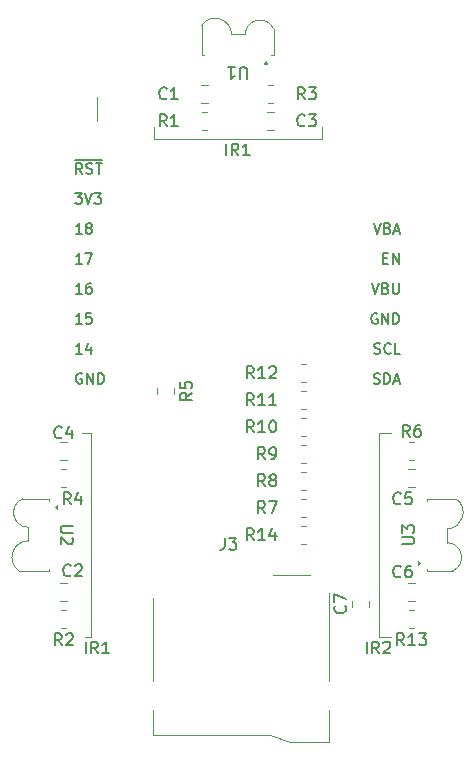
<source format=gbr>
%TF.GenerationSoftware,KiCad,Pcbnew,8.0.8*%
%TF.CreationDate,2025-02-11T14:17:18-06:00*%
%TF.ProjectId,IR Demo FeatherWing,49522044-656d-46f2-9046-656174686572,rev?*%
%TF.SameCoordinates,Original*%
%TF.FileFunction,Legend,Top*%
%TF.FilePolarity,Positive*%
%FSLAX46Y46*%
G04 Gerber Fmt 4.6, Leading zero omitted, Abs format (unit mm)*
G04 Created by KiCad (PCBNEW 8.0.8) date 2025-02-11 14:17:18*
%MOMM*%
%LPD*%
G01*
G04 APERTURE LIST*
%ADD10C,0.150000*%
%ADD11C,0.100000*%
%ADD12C,0.120000*%
G04 APERTURE END LIST*
D10*
X149137810Y-84959819D02*
X149137810Y-83959819D01*
X150185428Y-84959819D02*
X149852095Y-84483628D01*
X149614000Y-84959819D02*
X149614000Y-83959819D01*
X149614000Y-83959819D02*
X149994952Y-83959819D01*
X149994952Y-83959819D02*
X150090190Y-84007438D01*
X150090190Y-84007438D02*
X150137809Y-84055057D01*
X150137809Y-84055057D02*
X150185428Y-84150295D01*
X150185428Y-84150295D02*
X150185428Y-84293152D01*
X150185428Y-84293152D02*
X150137809Y-84388390D01*
X150137809Y-84388390D02*
X150090190Y-84436009D01*
X150090190Y-84436009D02*
X149994952Y-84483628D01*
X149994952Y-84483628D02*
X149614000Y-84483628D01*
X151137809Y-84959819D02*
X150566381Y-84959819D01*
X150852095Y-84959819D02*
X150852095Y-83959819D01*
X150852095Y-83959819D02*
X150756857Y-84102676D01*
X150756857Y-84102676D02*
X150661619Y-84197914D01*
X150661619Y-84197914D02*
X150566381Y-84245533D01*
D11*
X157226000Y-83566000D02*
X157226000Y-82550000D01*
X143002000Y-83566000D02*
X157226000Y-83566000D01*
X143002000Y-82550000D02*
X143002000Y-83566000D01*
D10*
X137242779Y-127123819D02*
X137242779Y-126123819D01*
X138290397Y-127123819D02*
X137957064Y-126647628D01*
X137718969Y-127123819D02*
X137718969Y-126123819D01*
X137718969Y-126123819D02*
X138099921Y-126123819D01*
X138099921Y-126123819D02*
X138195159Y-126171438D01*
X138195159Y-126171438D02*
X138242778Y-126219057D01*
X138242778Y-126219057D02*
X138290397Y-126314295D01*
X138290397Y-126314295D02*
X138290397Y-126457152D01*
X138290397Y-126457152D02*
X138242778Y-126552390D01*
X138242778Y-126552390D02*
X138195159Y-126600009D01*
X138195159Y-126600009D02*
X138099921Y-126647628D01*
X138099921Y-126647628D02*
X137718969Y-126647628D01*
X139242778Y-127123819D02*
X138671350Y-127123819D01*
X138957064Y-127123819D02*
X138957064Y-126123819D01*
X138957064Y-126123819D02*
X138861826Y-126266676D01*
X138861826Y-126266676D02*
X138766588Y-126361914D01*
X138766588Y-126361914D02*
X138671350Y-126409533D01*
D11*
X137668000Y-125730000D02*
X137160000Y-125730000D01*
X137668000Y-108458000D02*
X137668000Y-125730000D01*
X136906000Y-108458000D02*
X137668000Y-108458000D01*
D10*
X161032840Y-127123819D02*
X161032840Y-126123819D01*
X162080458Y-127123819D02*
X161747125Y-126647628D01*
X161509030Y-127123819D02*
X161509030Y-126123819D01*
X161509030Y-126123819D02*
X161889982Y-126123819D01*
X161889982Y-126123819D02*
X161985220Y-126171438D01*
X161985220Y-126171438D02*
X162032839Y-126219057D01*
X162032839Y-126219057D02*
X162080458Y-126314295D01*
X162080458Y-126314295D02*
X162080458Y-126457152D01*
X162080458Y-126457152D02*
X162032839Y-126552390D01*
X162032839Y-126552390D02*
X161985220Y-126600009D01*
X161985220Y-126600009D02*
X161889982Y-126647628D01*
X161889982Y-126647628D02*
X161509030Y-126647628D01*
X162461411Y-126219057D02*
X162509030Y-126171438D01*
X162509030Y-126171438D02*
X162604268Y-126123819D01*
X162604268Y-126123819D02*
X162842363Y-126123819D01*
X162842363Y-126123819D02*
X162937601Y-126171438D01*
X162937601Y-126171438D02*
X162985220Y-126219057D01*
X162985220Y-126219057D02*
X163032839Y-126314295D01*
X163032839Y-126314295D02*
X163032839Y-126409533D01*
X163032839Y-126409533D02*
X162985220Y-126552390D01*
X162985220Y-126552390D02*
X162413792Y-127123819D01*
X162413792Y-127123819D02*
X163032839Y-127123819D01*
D11*
X162052000Y-125730000D02*
X163068000Y-125730000D01*
X162052000Y-108458000D02*
X162052000Y-125730000D01*
X163068000Y-108458000D02*
X162052000Y-108458000D01*
D10*
X161628172Y-90694557D02*
X161928172Y-91594557D01*
X161928172Y-91594557D02*
X162228172Y-90694557D01*
X162828172Y-91123128D02*
X162956744Y-91165985D01*
X162956744Y-91165985D02*
X162999601Y-91208842D01*
X162999601Y-91208842D02*
X163042458Y-91294557D01*
X163042458Y-91294557D02*
X163042458Y-91423128D01*
X163042458Y-91423128D02*
X162999601Y-91508842D01*
X162999601Y-91508842D02*
X162956744Y-91551700D01*
X162956744Y-91551700D02*
X162871029Y-91594557D01*
X162871029Y-91594557D02*
X162528172Y-91594557D01*
X162528172Y-91594557D02*
X162528172Y-90694557D01*
X162528172Y-90694557D02*
X162828172Y-90694557D01*
X162828172Y-90694557D02*
X162913887Y-90737414D01*
X162913887Y-90737414D02*
X162956744Y-90780271D01*
X162956744Y-90780271D02*
X162999601Y-90865985D01*
X162999601Y-90865985D02*
X162999601Y-90951700D01*
X162999601Y-90951700D02*
X162956744Y-91037414D01*
X162956744Y-91037414D02*
X162913887Y-91080271D01*
X162913887Y-91080271D02*
X162828172Y-91123128D01*
X162828172Y-91123128D02*
X162528172Y-91123128D01*
X163385315Y-91337414D02*
X163813887Y-91337414D01*
X163299601Y-91594557D02*
X163599601Y-90694557D01*
X163599601Y-90694557D02*
X163899601Y-91594557D01*
X162442458Y-93663128D02*
X162742458Y-93663128D01*
X162871030Y-94134557D02*
X162442458Y-94134557D01*
X162442458Y-94134557D02*
X162442458Y-93234557D01*
X162442458Y-93234557D02*
X162871030Y-93234557D01*
X163256744Y-94134557D02*
X163256744Y-93234557D01*
X163256744Y-93234557D02*
X163771030Y-94134557D01*
X163771030Y-94134557D02*
X163771030Y-93234557D01*
X161456744Y-95774557D02*
X161756744Y-96674557D01*
X161756744Y-96674557D02*
X162056744Y-95774557D01*
X162656744Y-96203128D02*
X162785316Y-96245985D01*
X162785316Y-96245985D02*
X162828173Y-96288842D01*
X162828173Y-96288842D02*
X162871030Y-96374557D01*
X162871030Y-96374557D02*
X162871030Y-96503128D01*
X162871030Y-96503128D02*
X162828173Y-96588842D01*
X162828173Y-96588842D02*
X162785316Y-96631700D01*
X162785316Y-96631700D02*
X162699601Y-96674557D01*
X162699601Y-96674557D02*
X162356744Y-96674557D01*
X162356744Y-96674557D02*
X162356744Y-95774557D01*
X162356744Y-95774557D02*
X162656744Y-95774557D01*
X162656744Y-95774557D02*
X162742459Y-95817414D01*
X162742459Y-95817414D02*
X162785316Y-95860271D01*
X162785316Y-95860271D02*
X162828173Y-95945985D01*
X162828173Y-95945985D02*
X162828173Y-96031700D01*
X162828173Y-96031700D02*
X162785316Y-96117414D01*
X162785316Y-96117414D02*
X162742459Y-96160271D01*
X162742459Y-96160271D02*
X162656744Y-96203128D01*
X162656744Y-96203128D02*
X162356744Y-96203128D01*
X163256744Y-95774557D02*
X163256744Y-96503128D01*
X163256744Y-96503128D02*
X163299601Y-96588842D01*
X163299601Y-96588842D02*
X163342459Y-96631700D01*
X163342459Y-96631700D02*
X163428173Y-96674557D01*
X163428173Y-96674557D02*
X163599601Y-96674557D01*
X163599601Y-96674557D02*
X163685316Y-96631700D01*
X163685316Y-96631700D02*
X163728173Y-96588842D01*
X163728173Y-96588842D02*
X163771030Y-96503128D01*
X163771030Y-96503128D02*
X163771030Y-95774557D01*
X161928173Y-98357414D02*
X161842459Y-98314557D01*
X161842459Y-98314557D02*
X161713887Y-98314557D01*
X161713887Y-98314557D02*
X161585316Y-98357414D01*
X161585316Y-98357414D02*
X161499601Y-98443128D01*
X161499601Y-98443128D02*
X161456744Y-98528842D01*
X161456744Y-98528842D02*
X161413887Y-98700271D01*
X161413887Y-98700271D02*
X161413887Y-98828842D01*
X161413887Y-98828842D02*
X161456744Y-99000271D01*
X161456744Y-99000271D02*
X161499601Y-99085985D01*
X161499601Y-99085985D02*
X161585316Y-99171700D01*
X161585316Y-99171700D02*
X161713887Y-99214557D01*
X161713887Y-99214557D02*
X161799601Y-99214557D01*
X161799601Y-99214557D02*
X161928173Y-99171700D01*
X161928173Y-99171700D02*
X161971030Y-99128842D01*
X161971030Y-99128842D02*
X161971030Y-98828842D01*
X161971030Y-98828842D02*
X161799601Y-98828842D01*
X162356744Y-99214557D02*
X162356744Y-98314557D01*
X162356744Y-98314557D02*
X162871030Y-99214557D01*
X162871030Y-99214557D02*
X162871030Y-98314557D01*
X163299601Y-99214557D02*
X163299601Y-98314557D01*
X163299601Y-98314557D02*
X163513887Y-98314557D01*
X163513887Y-98314557D02*
X163642458Y-98357414D01*
X163642458Y-98357414D02*
X163728173Y-98443128D01*
X163728173Y-98443128D02*
X163771030Y-98528842D01*
X163771030Y-98528842D02*
X163813887Y-98700271D01*
X163813887Y-98700271D02*
X163813887Y-98828842D01*
X163813887Y-98828842D02*
X163771030Y-99000271D01*
X163771030Y-99000271D02*
X163728173Y-99085985D01*
X163728173Y-99085985D02*
X163642458Y-99171700D01*
X163642458Y-99171700D02*
X163513887Y-99214557D01*
X163513887Y-99214557D02*
X163299601Y-99214557D01*
X136928398Y-96674557D02*
X136414112Y-96674557D01*
X136671255Y-96674557D02*
X136671255Y-95774557D01*
X136671255Y-95774557D02*
X136585541Y-95903128D01*
X136585541Y-95903128D02*
X136499826Y-95988842D01*
X136499826Y-95988842D02*
X136414112Y-96031700D01*
X137699827Y-95774557D02*
X137528398Y-95774557D01*
X137528398Y-95774557D02*
X137442684Y-95817414D01*
X137442684Y-95817414D02*
X137399827Y-95860271D01*
X137399827Y-95860271D02*
X137314112Y-95988842D01*
X137314112Y-95988842D02*
X137271255Y-96160271D01*
X137271255Y-96160271D02*
X137271255Y-96503128D01*
X137271255Y-96503128D02*
X137314112Y-96588842D01*
X137314112Y-96588842D02*
X137356969Y-96631700D01*
X137356969Y-96631700D02*
X137442684Y-96674557D01*
X137442684Y-96674557D02*
X137614112Y-96674557D01*
X137614112Y-96674557D02*
X137699827Y-96631700D01*
X137699827Y-96631700D02*
X137742684Y-96588842D01*
X137742684Y-96588842D02*
X137785541Y-96503128D01*
X137785541Y-96503128D02*
X137785541Y-96288842D01*
X137785541Y-96288842D02*
X137742684Y-96203128D01*
X137742684Y-96203128D02*
X137699827Y-96160271D01*
X137699827Y-96160271D02*
X137614112Y-96117414D01*
X137614112Y-96117414D02*
X137442684Y-96117414D01*
X137442684Y-96117414D02*
X137356969Y-96160271D01*
X137356969Y-96160271D02*
X137314112Y-96203128D01*
X137314112Y-96203128D02*
X137271255Y-96288842D01*
X136928398Y-103437414D02*
X136842684Y-103394557D01*
X136842684Y-103394557D02*
X136714112Y-103394557D01*
X136714112Y-103394557D02*
X136585541Y-103437414D01*
X136585541Y-103437414D02*
X136499826Y-103523128D01*
X136499826Y-103523128D02*
X136456969Y-103608842D01*
X136456969Y-103608842D02*
X136414112Y-103780271D01*
X136414112Y-103780271D02*
X136414112Y-103908842D01*
X136414112Y-103908842D02*
X136456969Y-104080271D01*
X136456969Y-104080271D02*
X136499826Y-104165985D01*
X136499826Y-104165985D02*
X136585541Y-104251700D01*
X136585541Y-104251700D02*
X136714112Y-104294557D01*
X136714112Y-104294557D02*
X136799826Y-104294557D01*
X136799826Y-104294557D02*
X136928398Y-104251700D01*
X136928398Y-104251700D02*
X136971255Y-104208842D01*
X136971255Y-104208842D02*
X136971255Y-103908842D01*
X136971255Y-103908842D02*
X136799826Y-103908842D01*
X137356969Y-104294557D02*
X137356969Y-103394557D01*
X137356969Y-103394557D02*
X137871255Y-104294557D01*
X137871255Y-104294557D02*
X137871255Y-103394557D01*
X138299826Y-104294557D02*
X138299826Y-103394557D01*
X138299826Y-103394557D02*
X138514112Y-103394557D01*
X138514112Y-103394557D02*
X138642683Y-103437414D01*
X138642683Y-103437414D02*
X138728398Y-103523128D01*
X138728398Y-103523128D02*
X138771255Y-103608842D01*
X138771255Y-103608842D02*
X138814112Y-103780271D01*
X138814112Y-103780271D02*
X138814112Y-103908842D01*
X138814112Y-103908842D02*
X138771255Y-104080271D01*
X138771255Y-104080271D02*
X138728398Y-104165985D01*
X138728398Y-104165985D02*
X138642683Y-104251700D01*
X138642683Y-104251700D02*
X138514112Y-104294557D01*
X138514112Y-104294557D02*
X138299826Y-104294557D01*
X136928398Y-101754557D02*
X136414112Y-101754557D01*
X136671255Y-101754557D02*
X136671255Y-100854557D01*
X136671255Y-100854557D02*
X136585541Y-100983128D01*
X136585541Y-100983128D02*
X136499826Y-101068842D01*
X136499826Y-101068842D02*
X136414112Y-101111700D01*
X137699827Y-101154557D02*
X137699827Y-101754557D01*
X137485541Y-100811700D02*
X137271255Y-101454557D01*
X137271255Y-101454557D02*
X137828398Y-101454557D01*
X161671030Y-101711700D02*
X161799602Y-101754557D01*
X161799602Y-101754557D02*
X162013887Y-101754557D01*
X162013887Y-101754557D02*
X162099602Y-101711700D01*
X162099602Y-101711700D02*
X162142459Y-101668842D01*
X162142459Y-101668842D02*
X162185316Y-101583128D01*
X162185316Y-101583128D02*
X162185316Y-101497414D01*
X162185316Y-101497414D02*
X162142459Y-101411700D01*
X162142459Y-101411700D02*
X162099602Y-101368842D01*
X162099602Y-101368842D02*
X162013887Y-101325985D01*
X162013887Y-101325985D02*
X161842459Y-101283128D01*
X161842459Y-101283128D02*
X161756744Y-101240271D01*
X161756744Y-101240271D02*
X161713887Y-101197414D01*
X161713887Y-101197414D02*
X161671030Y-101111700D01*
X161671030Y-101111700D02*
X161671030Y-101025985D01*
X161671030Y-101025985D02*
X161713887Y-100940271D01*
X161713887Y-100940271D02*
X161756744Y-100897414D01*
X161756744Y-100897414D02*
X161842459Y-100854557D01*
X161842459Y-100854557D02*
X162056744Y-100854557D01*
X162056744Y-100854557D02*
X162185316Y-100897414D01*
X163085316Y-101668842D02*
X163042459Y-101711700D01*
X163042459Y-101711700D02*
X162913887Y-101754557D01*
X162913887Y-101754557D02*
X162828173Y-101754557D01*
X162828173Y-101754557D02*
X162699602Y-101711700D01*
X162699602Y-101711700D02*
X162613887Y-101625985D01*
X162613887Y-101625985D02*
X162571030Y-101540271D01*
X162571030Y-101540271D02*
X162528173Y-101368842D01*
X162528173Y-101368842D02*
X162528173Y-101240271D01*
X162528173Y-101240271D02*
X162571030Y-101068842D01*
X162571030Y-101068842D02*
X162613887Y-100983128D01*
X162613887Y-100983128D02*
X162699602Y-100897414D01*
X162699602Y-100897414D02*
X162828173Y-100854557D01*
X162828173Y-100854557D02*
X162913887Y-100854557D01*
X162913887Y-100854557D02*
X163042459Y-100897414D01*
X163042459Y-100897414D02*
X163085316Y-100940271D01*
X163899602Y-101754557D02*
X163471030Y-101754557D01*
X163471030Y-101754557D02*
X163471030Y-100854557D01*
X161628172Y-104251700D02*
X161756744Y-104294557D01*
X161756744Y-104294557D02*
X161971029Y-104294557D01*
X161971029Y-104294557D02*
X162056744Y-104251700D01*
X162056744Y-104251700D02*
X162099601Y-104208842D01*
X162099601Y-104208842D02*
X162142458Y-104123128D01*
X162142458Y-104123128D02*
X162142458Y-104037414D01*
X162142458Y-104037414D02*
X162099601Y-103951700D01*
X162099601Y-103951700D02*
X162056744Y-103908842D01*
X162056744Y-103908842D02*
X161971029Y-103865985D01*
X161971029Y-103865985D02*
X161799601Y-103823128D01*
X161799601Y-103823128D02*
X161713886Y-103780271D01*
X161713886Y-103780271D02*
X161671029Y-103737414D01*
X161671029Y-103737414D02*
X161628172Y-103651700D01*
X161628172Y-103651700D02*
X161628172Y-103565985D01*
X161628172Y-103565985D02*
X161671029Y-103480271D01*
X161671029Y-103480271D02*
X161713886Y-103437414D01*
X161713886Y-103437414D02*
X161799601Y-103394557D01*
X161799601Y-103394557D02*
X162013886Y-103394557D01*
X162013886Y-103394557D02*
X162142458Y-103437414D01*
X162528172Y-104294557D02*
X162528172Y-103394557D01*
X162528172Y-103394557D02*
X162742458Y-103394557D01*
X162742458Y-103394557D02*
X162871029Y-103437414D01*
X162871029Y-103437414D02*
X162956744Y-103523128D01*
X162956744Y-103523128D02*
X162999601Y-103608842D01*
X162999601Y-103608842D02*
X163042458Y-103780271D01*
X163042458Y-103780271D02*
X163042458Y-103908842D01*
X163042458Y-103908842D02*
X162999601Y-104080271D01*
X162999601Y-104080271D02*
X162956744Y-104165985D01*
X162956744Y-104165985D02*
X162871029Y-104251700D01*
X162871029Y-104251700D02*
X162742458Y-104294557D01*
X162742458Y-104294557D02*
X162528172Y-104294557D01*
X163385315Y-104037414D02*
X163813887Y-104037414D01*
X163299601Y-104294557D02*
X163599601Y-103394557D01*
X163599601Y-103394557D02*
X163899601Y-104294557D01*
X136928398Y-99214557D02*
X136414112Y-99214557D01*
X136671255Y-99214557D02*
X136671255Y-98314557D01*
X136671255Y-98314557D02*
X136585541Y-98443128D01*
X136585541Y-98443128D02*
X136499826Y-98528842D01*
X136499826Y-98528842D02*
X136414112Y-98571700D01*
X137742684Y-98314557D02*
X137314112Y-98314557D01*
X137314112Y-98314557D02*
X137271255Y-98743128D01*
X137271255Y-98743128D02*
X137314112Y-98700271D01*
X137314112Y-98700271D02*
X137399827Y-98657414D01*
X137399827Y-98657414D02*
X137614112Y-98657414D01*
X137614112Y-98657414D02*
X137699827Y-98700271D01*
X137699827Y-98700271D02*
X137742684Y-98743128D01*
X137742684Y-98743128D02*
X137785541Y-98828842D01*
X137785541Y-98828842D02*
X137785541Y-99043128D01*
X137785541Y-99043128D02*
X137742684Y-99128842D01*
X137742684Y-99128842D02*
X137699827Y-99171700D01*
X137699827Y-99171700D02*
X137614112Y-99214557D01*
X137614112Y-99214557D02*
X137399827Y-99214557D01*
X137399827Y-99214557D02*
X137314112Y-99171700D01*
X137314112Y-99171700D02*
X137271255Y-99128842D01*
X136928398Y-91594557D02*
X136414112Y-91594557D01*
X136671255Y-91594557D02*
X136671255Y-90694557D01*
X136671255Y-90694557D02*
X136585541Y-90823128D01*
X136585541Y-90823128D02*
X136499826Y-90908842D01*
X136499826Y-90908842D02*
X136414112Y-90951700D01*
X137442684Y-91080271D02*
X137356969Y-91037414D01*
X137356969Y-91037414D02*
X137314112Y-90994557D01*
X137314112Y-90994557D02*
X137271255Y-90908842D01*
X137271255Y-90908842D02*
X137271255Y-90865985D01*
X137271255Y-90865985D02*
X137314112Y-90780271D01*
X137314112Y-90780271D02*
X137356969Y-90737414D01*
X137356969Y-90737414D02*
X137442684Y-90694557D01*
X137442684Y-90694557D02*
X137614112Y-90694557D01*
X137614112Y-90694557D02*
X137699827Y-90737414D01*
X137699827Y-90737414D02*
X137742684Y-90780271D01*
X137742684Y-90780271D02*
X137785541Y-90865985D01*
X137785541Y-90865985D02*
X137785541Y-90908842D01*
X137785541Y-90908842D02*
X137742684Y-90994557D01*
X137742684Y-90994557D02*
X137699827Y-91037414D01*
X137699827Y-91037414D02*
X137614112Y-91080271D01*
X137614112Y-91080271D02*
X137442684Y-91080271D01*
X137442684Y-91080271D02*
X137356969Y-91123128D01*
X137356969Y-91123128D02*
X137314112Y-91165985D01*
X137314112Y-91165985D02*
X137271255Y-91251700D01*
X137271255Y-91251700D02*
X137271255Y-91423128D01*
X137271255Y-91423128D02*
X137314112Y-91508842D01*
X137314112Y-91508842D02*
X137356969Y-91551700D01*
X137356969Y-91551700D02*
X137442684Y-91594557D01*
X137442684Y-91594557D02*
X137614112Y-91594557D01*
X137614112Y-91594557D02*
X137699827Y-91551700D01*
X137699827Y-91551700D02*
X137742684Y-91508842D01*
X137742684Y-91508842D02*
X137785541Y-91423128D01*
X137785541Y-91423128D02*
X137785541Y-91251700D01*
X137785541Y-91251700D02*
X137742684Y-91165985D01*
X137742684Y-91165985D02*
X137699827Y-91123128D01*
X137699827Y-91123128D02*
X137614112Y-91080271D01*
X136371255Y-88154557D02*
X136928398Y-88154557D01*
X136928398Y-88154557D02*
X136628398Y-88497414D01*
X136628398Y-88497414D02*
X136756969Y-88497414D01*
X136756969Y-88497414D02*
X136842684Y-88540271D01*
X136842684Y-88540271D02*
X136885541Y-88583128D01*
X136885541Y-88583128D02*
X136928398Y-88668842D01*
X136928398Y-88668842D02*
X136928398Y-88883128D01*
X136928398Y-88883128D02*
X136885541Y-88968842D01*
X136885541Y-88968842D02*
X136842684Y-89011700D01*
X136842684Y-89011700D02*
X136756969Y-89054557D01*
X136756969Y-89054557D02*
X136499826Y-89054557D01*
X136499826Y-89054557D02*
X136414112Y-89011700D01*
X136414112Y-89011700D02*
X136371255Y-88968842D01*
X137185541Y-88154557D02*
X137485541Y-89054557D01*
X137485541Y-89054557D02*
X137785541Y-88154557D01*
X137999827Y-88154557D02*
X138556970Y-88154557D01*
X138556970Y-88154557D02*
X138256970Y-88497414D01*
X138256970Y-88497414D02*
X138385541Y-88497414D01*
X138385541Y-88497414D02*
X138471256Y-88540271D01*
X138471256Y-88540271D02*
X138514113Y-88583128D01*
X138514113Y-88583128D02*
X138556970Y-88668842D01*
X138556970Y-88668842D02*
X138556970Y-88883128D01*
X138556970Y-88883128D02*
X138514113Y-88968842D01*
X138514113Y-88968842D02*
X138471256Y-89011700D01*
X138471256Y-89011700D02*
X138385541Y-89054557D01*
X138385541Y-89054557D02*
X138128398Y-89054557D01*
X138128398Y-89054557D02*
X138042684Y-89011700D01*
X138042684Y-89011700D02*
X137999827Y-88968842D01*
X136971255Y-86514557D02*
X136671255Y-86085985D01*
X136456969Y-86514557D02*
X136456969Y-85614557D01*
X136456969Y-85614557D02*
X136799826Y-85614557D01*
X136799826Y-85614557D02*
X136885541Y-85657414D01*
X136885541Y-85657414D02*
X136928398Y-85700271D01*
X136928398Y-85700271D02*
X136971255Y-85785985D01*
X136971255Y-85785985D02*
X136971255Y-85914557D01*
X136971255Y-85914557D02*
X136928398Y-86000271D01*
X136928398Y-86000271D02*
X136885541Y-86043128D01*
X136885541Y-86043128D02*
X136799826Y-86085985D01*
X136799826Y-86085985D02*
X136456969Y-86085985D01*
X137314112Y-86471700D02*
X137442684Y-86514557D01*
X137442684Y-86514557D02*
X137656969Y-86514557D01*
X137656969Y-86514557D02*
X137742684Y-86471700D01*
X137742684Y-86471700D02*
X137785541Y-86428842D01*
X137785541Y-86428842D02*
X137828398Y-86343128D01*
X137828398Y-86343128D02*
X137828398Y-86257414D01*
X137828398Y-86257414D02*
X137785541Y-86171700D01*
X137785541Y-86171700D02*
X137742684Y-86128842D01*
X137742684Y-86128842D02*
X137656969Y-86085985D01*
X137656969Y-86085985D02*
X137485541Y-86043128D01*
X137485541Y-86043128D02*
X137399826Y-86000271D01*
X137399826Y-86000271D02*
X137356969Y-85957414D01*
X137356969Y-85957414D02*
X137314112Y-85871700D01*
X137314112Y-85871700D02*
X137314112Y-85785985D01*
X137314112Y-85785985D02*
X137356969Y-85700271D01*
X137356969Y-85700271D02*
X137399826Y-85657414D01*
X137399826Y-85657414D02*
X137485541Y-85614557D01*
X137485541Y-85614557D02*
X137699826Y-85614557D01*
X137699826Y-85614557D02*
X137828398Y-85657414D01*
X138085541Y-85614557D02*
X138599827Y-85614557D01*
X138342684Y-86514557D02*
X138342684Y-85614557D01*
X136332684Y-85364700D02*
X138595541Y-85364700D01*
X136928398Y-94134557D02*
X136414112Y-94134557D01*
X136671255Y-94134557D02*
X136671255Y-93234557D01*
X136671255Y-93234557D02*
X136585541Y-93363128D01*
X136585541Y-93363128D02*
X136499826Y-93448842D01*
X136499826Y-93448842D02*
X136414112Y-93491700D01*
X137228398Y-93234557D02*
X137828398Y-93234557D01*
X137828398Y-93234557D02*
X137442684Y-94134557D01*
X149018666Y-117354819D02*
X149018666Y-118069104D01*
X149018666Y-118069104D02*
X148971047Y-118211961D01*
X148971047Y-118211961D02*
X148875809Y-118307200D01*
X148875809Y-118307200D02*
X148732952Y-118354819D01*
X148732952Y-118354819D02*
X148637714Y-118354819D01*
X149399619Y-117354819D02*
X150018666Y-117354819D01*
X150018666Y-117354819D02*
X149685333Y-117735771D01*
X149685333Y-117735771D02*
X149828190Y-117735771D01*
X149828190Y-117735771D02*
X149923428Y-117783390D01*
X149923428Y-117783390D02*
X149971047Y-117831009D01*
X149971047Y-117831009D02*
X150018666Y-117926247D01*
X150018666Y-117926247D02*
X150018666Y-118164342D01*
X150018666Y-118164342D02*
X149971047Y-118259580D01*
X149971047Y-118259580D02*
X149923428Y-118307200D01*
X149923428Y-118307200D02*
X149828190Y-118354819D01*
X149828190Y-118354819D02*
X149542476Y-118354819D01*
X149542476Y-118354819D02*
X149447238Y-118307200D01*
X149447238Y-118307200D02*
X149399619Y-118259580D01*
X135215333Y-108817580D02*
X135167714Y-108865200D01*
X135167714Y-108865200D02*
X135024857Y-108912819D01*
X135024857Y-108912819D02*
X134929619Y-108912819D01*
X134929619Y-108912819D02*
X134786762Y-108865200D01*
X134786762Y-108865200D02*
X134691524Y-108769961D01*
X134691524Y-108769961D02*
X134643905Y-108674723D01*
X134643905Y-108674723D02*
X134596286Y-108484247D01*
X134596286Y-108484247D02*
X134596286Y-108341390D01*
X134596286Y-108341390D02*
X134643905Y-108150914D01*
X134643905Y-108150914D02*
X134691524Y-108055676D01*
X134691524Y-108055676D02*
X134786762Y-107960438D01*
X134786762Y-107960438D02*
X134929619Y-107912819D01*
X134929619Y-107912819D02*
X135024857Y-107912819D01*
X135024857Y-107912819D02*
X135167714Y-107960438D01*
X135167714Y-107960438D02*
X135215333Y-108008057D01*
X136072476Y-108246152D02*
X136072476Y-108912819D01*
X135834381Y-107865200D02*
X135596286Y-108579485D01*
X135596286Y-108579485D02*
X136215333Y-108579485D01*
X155789333Y-80210819D02*
X155456000Y-79734628D01*
X155217905Y-80210819D02*
X155217905Y-79210819D01*
X155217905Y-79210819D02*
X155598857Y-79210819D01*
X155598857Y-79210819D02*
X155694095Y-79258438D01*
X155694095Y-79258438D02*
X155741714Y-79306057D01*
X155741714Y-79306057D02*
X155789333Y-79401295D01*
X155789333Y-79401295D02*
X155789333Y-79544152D01*
X155789333Y-79544152D02*
X155741714Y-79639390D01*
X155741714Y-79639390D02*
X155694095Y-79687009D01*
X155694095Y-79687009D02*
X155598857Y-79734628D01*
X155598857Y-79734628D02*
X155217905Y-79734628D01*
X156122667Y-79210819D02*
X156741714Y-79210819D01*
X156741714Y-79210819D02*
X156408381Y-79591771D01*
X156408381Y-79591771D02*
X156551238Y-79591771D01*
X156551238Y-79591771D02*
X156646476Y-79639390D01*
X156646476Y-79639390D02*
X156694095Y-79687009D01*
X156694095Y-79687009D02*
X156741714Y-79782247D01*
X156741714Y-79782247D02*
X156741714Y-80020342D01*
X156741714Y-80020342D02*
X156694095Y-80115580D01*
X156694095Y-80115580D02*
X156646476Y-80163200D01*
X156646476Y-80163200D02*
X156551238Y-80210819D01*
X156551238Y-80210819D02*
X156265524Y-80210819D01*
X156265524Y-80210819D02*
X156170286Y-80163200D01*
X156170286Y-80163200D02*
X156122667Y-80115580D01*
X163917333Y-120599580D02*
X163869714Y-120647200D01*
X163869714Y-120647200D02*
X163726857Y-120694819D01*
X163726857Y-120694819D02*
X163631619Y-120694819D01*
X163631619Y-120694819D02*
X163488762Y-120647200D01*
X163488762Y-120647200D02*
X163393524Y-120551961D01*
X163393524Y-120551961D02*
X163345905Y-120456723D01*
X163345905Y-120456723D02*
X163298286Y-120266247D01*
X163298286Y-120266247D02*
X163298286Y-120123390D01*
X163298286Y-120123390D02*
X163345905Y-119932914D01*
X163345905Y-119932914D02*
X163393524Y-119837676D01*
X163393524Y-119837676D02*
X163488762Y-119742438D01*
X163488762Y-119742438D02*
X163631619Y-119694819D01*
X163631619Y-119694819D02*
X163726857Y-119694819D01*
X163726857Y-119694819D02*
X163869714Y-119742438D01*
X163869714Y-119742438D02*
X163917333Y-119790057D01*
X164774476Y-119694819D02*
X164584000Y-119694819D01*
X164584000Y-119694819D02*
X164488762Y-119742438D01*
X164488762Y-119742438D02*
X164441143Y-119790057D01*
X164441143Y-119790057D02*
X164345905Y-119932914D01*
X164345905Y-119932914D02*
X164298286Y-120123390D01*
X164298286Y-120123390D02*
X164298286Y-120504342D01*
X164298286Y-120504342D02*
X164345905Y-120599580D01*
X164345905Y-120599580D02*
X164393524Y-120647200D01*
X164393524Y-120647200D02*
X164488762Y-120694819D01*
X164488762Y-120694819D02*
X164679238Y-120694819D01*
X164679238Y-120694819D02*
X164774476Y-120647200D01*
X164774476Y-120647200D02*
X164822095Y-120599580D01*
X164822095Y-120599580D02*
X164869714Y-120504342D01*
X164869714Y-120504342D02*
X164869714Y-120266247D01*
X164869714Y-120266247D02*
X164822095Y-120171009D01*
X164822095Y-120171009D02*
X164774476Y-120123390D01*
X164774476Y-120123390D02*
X164679238Y-120075771D01*
X164679238Y-120075771D02*
X164488762Y-120075771D01*
X164488762Y-120075771D02*
X164393524Y-120123390D01*
X164393524Y-120123390D02*
X164345905Y-120171009D01*
X164345905Y-120171009D02*
X164298286Y-120266247D01*
X151476077Y-103832819D02*
X151142744Y-103356628D01*
X150904649Y-103832819D02*
X150904649Y-102832819D01*
X150904649Y-102832819D02*
X151285601Y-102832819D01*
X151285601Y-102832819D02*
X151380839Y-102880438D01*
X151380839Y-102880438D02*
X151428458Y-102928057D01*
X151428458Y-102928057D02*
X151476077Y-103023295D01*
X151476077Y-103023295D02*
X151476077Y-103166152D01*
X151476077Y-103166152D02*
X151428458Y-103261390D01*
X151428458Y-103261390D02*
X151380839Y-103309009D01*
X151380839Y-103309009D02*
X151285601Y-103356628D01*
X151285601Y-103356628D02*
X150904649Y-103356628D01*
X152428458Y-103832819D02*
X151857030Y-103832819D01*
X152142744Y-103832819D02*
X152142744Y-102832819D01*
X152142744Y-102832819D02*
X152047506Y-102975676D01*
X152047506Y-102975676D02*
X151952268Y-103070914D01*
X151952268Y-103070914D02*
X151857030Y-103118533D01*
X152809411Y-102928057D02*
X152857030Y-102880438D01*
X152857030Y-102880438D02*
X152952268Y-102832819D01*
X152952268Y-102832819D02*
X153190363Y-102832819D01*
X153190363Y-102832819D02*
X153285601Y-102880438D01*
X153285601Y-102880438D02*
X153333220Y-102928057D01*
X153333220Y-102928057D02*
X153380839Y-103023295D01*
X153380839Y-103023295D02*
X153380839Y-103118533D01*
X153380839Y-103118533D02*
X153333220Y-103261390D01*
X153333220Y-103261390D02*
X152761792Y-103832819D01*
X152761792Y-103832819D02*
X153380839Y-103832819D01*
X152428458Y-110690819D02*
X152095125Y-110214628D01*
X151857030Y-110690819D02*
X151857030Y-109690819D01*
X151857030Y-109690819D02*
X152237982Y-109690819D01*
X152237982Y-109690819D02*
X152333220Y-109738438D01*
X152333220Y-109738438D02*
X152380839Y-109786057D01*
X152380839Y-109786057D02*
X152428458Y-109881295D01*
X152428458Y-109881295D02*
X152428458Y-110024152D01*
X152428458Y-110024152D02*
X152380839Y-110119390D01*
X152380839Y-110119390D02*
X152333220Y-110167009D01*
X152333220Y-110167009D02*
X152237982Y-110214628D01*
X152237982Y-110214628D02*
X151857030Y-110214628D01*
X152904649Y-110690819D02*
X153095125Y-110690819D01*
X153095125Y-110690819D02*
X153190363Y-110643200D01*
X153190363Y-110643200D02*
X153237982Y-110595580D01*
X153237982Y-110595580D02*
X153333220Y-110452723D01*
X153333220Y-110452723D02*
X153380839Y-110262247D01*
X153380839Y-110262247D02*
X153380839Y-109881295D01*
X153380839Y-109881295D02*
X153333220Y-109786057D01*
X153333220Y-109786057D02*
X153285601Y-109738438D01*
X153285601Y-109738438D02*
X153190363Y-109690819D01*
X153190363Y-109690819D02*
X152999887Y-109690819D01*
X152999887Y-109690819D02*
X152904649Y-109738438D01*
X152904649Y-109738438D02*
X152857030Y-109786057D01*
X152857030Y-109786057D02*
X152809411Y-109881295D01*
X152809411Y-109881295D02*
X152809411Y-110119390D01*
X152809411Y-110119390D02*
X152857030Y-110214628D01*
X152857030Y-110214628D02*
X152904649Y-110262247D01*
X152904649Y-110262247D02*
X152999887Y-110309866D01*
X152999887Y-110309866D02*
X153190363Y-110309866D01*
X153190363Y-110309866D02*
X153285601Y-110262247D01*
X153285601Y-110262247D02*
X153333220Y-110214628D01*
X153333220Y-110214628D02*
X153380839Y-110119390D01*
X151476077Y-117548819D02*
X151142744Y-117072628D01*
X150904649Y-117548819D02*
X150904649Y-116548819D01*
X150904649Y-116548819D02*
X151285601Y-116548819D01*
X151285601Y-116548819D02*
X151380839Y-116596438D01*
X151380839Y-116596438D02*
X151428458Y-116644057D01*
X151428458Y-116644057D02*
X151476077Y-116739295D01*
X151476077Y-116739295D02*
X151476077Y-116882152D01*
X151476077Y-116882152D02*
X151428458Y-116977390D01*
X151428458Y-116977390D02*
X151380839Y-117025009D01*
X151380839Y-117025009D02*
X151285601Y-117072628D01*
X151285601Y-117072628D02*
X150904649Y-117072628D01*
X152428458Y-117548819D02*
X151857030Y-117548819D01*
X152142744Y-117548819D02*
X152142744Y-116548819D01*
X152142744Y-116548819D02*
X152047506Y-116691676D01*
X152047506Y-116691676D02*
X151952268Y-116786914D01*
X151952268Y-116786914D02*
X151857030Y-116834533D01*
X153285601Y-116882152D02*
X153285601Y-117548819D01*
X153047506Y-116501200D02*
X152809411Y-117215485D01*
X152809411Y-117215485D02*
X153428458Y-117215485D01*
X135977333Y-114500819D02*
X135644000Y-114024628D01*
X135405905Y-114500819D02*
X135405905Y-113500819D01*
X135405905Y-113500819D02*
X135786857Y-113500819D01*
X135786857Y-113500819D02*
X135882095Y-113548438D01*
X135882095Y-113548438D02*
X135929714Y-113596057D01*
X135929714Y-113596057D02*
X135977333Y-113691295D01*
X135977333Y-113691295D02*
X135977333Y-113834152D01*
X135977333Y-113834152D02*
X135929714Y-113929390D01*
X135929714Y-113929390D02*
X135882095Y-113977009D01*
X135882095Y-113977009D02*
X135786857Y-114024628D01*
X135786857Y-114024628D02*
X135405905Y-114024628D01*
X136834476Y-113834152D02*
X136834476Y-114500819D01*
X136596381Y-113453200D02*
X136358286Y-114167485D01*
X136358286Y-114167485D02*
X136977333Y-114167485D01*
X144105333Y-80115580D02*
X144057714Y-80163200D01*
X144057714Y-80163200D02*
X143914857Y-80210819D01*
X143914857Y-80210819D02*
X143819619Y-80210819D01*
X143819619Y-80210819D02*
X143676762Y-80163200D01*
X143676762Y-80163200D02*
X143581524Y-80067961D01*
X143581524Y-80067961D02*
X143533905Y-79972723D01*
X143533905Y-79972723D02*
X143486286Y-79782247D01*
X143486286Y-79782247D02*
X143486286Y-79639390D01*
X143486286Y-79639390D02*
X143533905Y-79448914D01*
X143533905Y-79448914D02*
X143581524Y-79353676D01*
X143581524Y-79353676D02*
X143676762Y-79258438D01*
X143676762Y-79258438D02*
X143819619Y-79210819D01*
X143819619Y-79210819D02*
X143914857Y-79210819D01*
X143914857Y-79210819D02*
X144057714Y-79258438D01*
X144057714Y-79258438D02*
X144105333Y-79306057D01*
X145057714Y-80210819D02*
X144486286Y-80210819D01*
X144772000Y-80210819D02*
X144772000Y-79210819D01*
X144772000Y-79210819D02*
X144676762Y-79353676D01*
X144676762Y-79353676D02*
X144581524Y-79448914D01*
X144581524Y-79448914D02*
X144486286Y-79496533D01*
X159207580Y-123102666D02*
X159255200Y-123150285D01*
X159255200Y-123150285D02*
X159302819Y-123293142D01*
X159302819Y-123293142D02*
X159302819Y-123388380D01*
X159302819Y-123388380D02*
X159255200Y-123531237D01*
X159255200Y-123531237D02*
X159159961Y-123626475D01*
X159159961Y-123626475D02*
X159064723Y-123674094D01*
X159064723Y-123674094D02*
X158874247Y-123721713D01*
X158874247Y-123721713D02*
X158731390Y-123721713D01*
X158731390Y-123721713D02*
X158540914Y-123674094D01*
X158540914Y-123674094D02*
X158445676Y-123626475D01*
X158445676Y-123626475D02*
X158350438Y-123531237D01*
X158350438Y-123531237D02*
X158302819Y-123388380D01*
X158302819Y-123388380D02*
X158302819Y-123293142D01*
X158302819Y-123293142D02*
X158350438Y-123150285D01*
X158350438Y-123150285D02*
X158398057Y-123102666D01*
X158302819Y-122769332D02*
X158302819Y-122102666D01*
X158302819Y-122102666D02*
X159302819Y-122531237D01*
X163917333Y-114405580D02*
X163869714Y-114453200D01*
X163869714Y-114453200D02*
X163726857Y-114500819D01*
X163726857Y-114500819D02*
X163631619Y-114500819D01*
X163631619Y-114500819D02*
X163488762Y-114453200D01*
X163488762Y-114453200D02*
X163393524Y-114357961D01*
X163393524Y-114357961D02*
X163345905Y-114262723D01*
X163345905Y-114262723D02*
X163298286Y-114072247D01*
X163298286Y-114072247D02*
X163298286Y-113929390D01*
X163298286Y-113929390D02*
X163345905Y-113738914D01*
X163345905Y-113738914D02*
X163393524Y-113643676D01*
X163393524Y-113643676D02*
X163488762Y-113548438D01*
X163488762Y-113548438D02*
X163631619Y-113500819D01*
X163631619Y-113500819D02*
X163726857Y-113500819D01*
X163726857Y-113500819D02*
X163869714Y-113548438D01*
X163869714Y-113548438D02*
X163917333Y-113596057D01*
X164822095Y-113500819D02*
X164345905Y-113500819D01*
X164345905Y-113500819D02*
X164298286Y-113977009D01*
X164298286Y-113977009D02*
X164345905Y-113929390D01*
X164345905Y-113929390D02*
X164441143Y-113881771D01*
X164441143Y-113881771D02*
X164679238Y-113881771D01*
X164679238Y-113881771D02*
X164774476Y-113929390D01*
X164774476Y-113929390D02*
X164822095Y-113977009D01*
X164822095Y-113977009D02*
X164869714Y-114072247D01*
X164869714Y-114072247D02*
X164869714Y-114310342D01*
X164869714Y-114310342D02*
X164822095Y-114405580D01*
X164822095Y-114405580D02*
X164774476Y-114453200D01*
X164774476Y-114453200D02*
X164679238Y-114500819D01*
X164679238Y-114500819D02*
X164441143Y-114500819D01*
X164441143Y-114500819D02*
X164345905Y-114453200D01*
X164345905Y-114453200D02*
X164298286Y-114405580D01*
X155789333Y-82401580D02*
X155741714Y-82449200D01*
X155741714Y-82449200D02*
X155598857Y-82496819D01*
X155598857Y-82496819D02*
X155503619Y-82496819D01*
X155503619Y-82496819D02*
X155360762Y-82449200D01*
X155360762Y-82449200D02*
X155265524Y-82353961D01*
X155265524Y-82353961D02*
X155217905Y-82258723D01*
X155217905Y-82258723D02*
X155170286Y-82068247D01*
X155170286Y-82068247D02*
X155170286Y-81925390D01*
X155170286Y-81925390D02*
X155217905Y-81734914D01*
X155217905Y-81734914D02*
X155265524Y-81639676D01*
X155265524Y-81639676D02*
X155360762Y-81544438D01*
X155360762Y-81544438D02*
X155503619Y-81496819D01*
X155503619Y-81496819D02*
X155598857Y-81496819D01*
X155598857Y-81496819D02*
X155741714Y-81544438D01*
X155741714Y-81544438D02*
X155789333Y-81592057D01*
X156122667Y-81496819D02*
X156741714Y-81496819D01*
X156741714Y-81496819D02*
X156408381Y-81877771D01*
X156408381Y-81877771D02*
X156551238Y-81877771D01*
X156551238Y-81877771D02*
X156646476Y-81925390D01*
X156646476Y-81925390D02*
X156694095Y-81973009D01*
X156694095Y-81973009D02*
X156741714Y-82068247D01*
X156741714Y-82068247D02*
X156741714Y-82306342D01*
X156741714Y-82306342D02*
X156694095Y-82401580D01*
X156694095Y-82401580D02*
X156646476Y-82449200D01*
X156646476Y-82449200D02*
X156551238Y-82496819D01*
X156551238Y-82496819D02*
X156265524Y-82496819D01*
X156265524Y-82496819D02*
X156170286Y-82449200D01*
X156170286Y-82449200D02*
X156122667Y-82401580D01*
X135215333Y-126438819D02*
X134882000Y-125962628D01*
X134643905Y-126438819D02*
X134643905Y-125438819D01*
X134643905Y-125438819D02*
X135024857Y-125438819D01*
X135024857Y-125438819D02*
X135120095Y-125486438D01*
X135120095Y-125486438D02*
X135167714Y-125534057D01*
X135167714Y-125534057D02*
X135215333Y-125629295D01*
X135215333Y-125629295D02*
X135215333Y-125772152D01*
X135215333Y-125772152D02*
X135167714Y-125867390D01*
X135167714Y-125867390D02*
X135120095Y-125915009D01*
X135120095Y-125915009D02*
X135024857Y-125962628D01*
X135024857Y-125962628D02*
X134643905Y-125962628D01*
X135596286Y-125534057D02*
X135643905Y-125486438D01*
X135643905Y-125486438D02*
X135739143Y-125438819D01*
X135739143Y-125438819D02*
X135977238Y-125438819D01*
X135977238Y-125438819D02*
X136072476Y-125486438D01*
X136072476Y-125486438D02*
X136120095Y-125534057D01*
X136120095Y-125534057D02*
X136167714Y-125629295D01*
X136167714Y-125629295D02*
X136167714Y-125724533D01*
X136167714Y-125724533D02*
X136120095Y-125867390D01*
X136120095Y-125867390D02*
X135548667Y-126438819D01*
X135548667Y-126438819D02*
X136167714Y-126438819D01*
X152428458Y-112976819D02*
X152095125Y-112500628D01*
X151857030Y-112976819D02*
X151857030Y-111976819D01*
X151857030Y-111976819D02*
X152237982Y-111976819D01*
X152237982Y-111976819D02*
X152333220Y-112024438D01*
X152333220Y-112024438D02*
X152380839Y-112072057D01*
X152380839Y-112072057D02*
X152428458Y-112167295D01*
X152428458Y-112167295D02*
X152428458Y-112310152D01*
X152428458Y-112310152D02*
X152380839Y-112405390D01*
X152380839Y-112405390D02*
X152333220Y-112453009D01*
X152333220Y-112453009D02*
X152237982Y-112500628D01*
X152237982Y-112500628D02*
X151857030Y-112500628D01*
X152999887Y-112405390D02*
X152904649Y-112357771D01*
X152904649Y-112357771D02*
X152857030Y-112310152D01*
X152857030Y-112310152D02*
X152809411Y-112214914D01*
X152809411Y-112214914D02*
X152809411Y-112167295D01*
X152809411Y-112167295D02*
X152857030Y-112072057D01*
X152857030Y-112072057D02*
X152904649Y-112024438D01*
X152904649Y-112024438D02*
X152999887Y-111976819D01*
X152999887Y-111976819D02*
X153190363Y-111976819D01*
X153190363Y-111976819D02*
X153285601Y-112024438D01*
X153285601Y-112024438D02*
X153333220Y-112072057D01*
X153333220Y-112072057D02*
X153380839Y-112167295D01*
X153380839Y-112167295D02*
X153380839Y-112214914D01*
X153380839Y-112214914D02*
X153333220Y-112310152D01*
X153333220Y-112310152D02*
X153285601Y-112357771D01*
X153285601Y-112357771D02*
X153190363Y-112405390D01*
X153190363Y-112405390D02*
X152999887Y-112405390D01*
X152999887Y-112405390D02*
X152904649Y-112453009D01*
X152904649Y-112453009D02*
X152857030Y-112500628D01*
X152857030Y-112500628D02*
X152809411Y-112595866D01*
X152809411Y-112595866D02*
X152809411Y-112786342D01*
X152809411Y-112786342D02*
X152857030Y-112881580D01*
X152857030Y-112881580D02*
X152904649Y-112929200D01*
X152904649Y-112929200D02*
X152999887Y-112976819D01*
X152999887Y-112976819D02*
X153190363Y-112976819D01*
X153190363Y-112976819D02*
X153285601Y-112929200D01*
X153285601Y-112929200D02*
X153333220Y-112881580D01*
X153333220Y-112881580D02*
X153380839Y-112786342D01*
X153380839Y-112786342D02*
X153380839Y-112595866D01*
X153380839Y-112595866D02*
X153333220Y-112500628D01*
X153333220Y-112500628D02*
X153285601Y-112453009D01*
X153285601Y-112453009D02*
X153190363Y-112405390D01*
X164203142Y-126438819D02*
X163869809Y-125962628D01*
X163631714Y-126438819D02*
X163631714Y-125438819D01*
X163631714Y-125438819D02*
X164012666Y-125438819D01*
X164012666Y-125438819D02*
X164107904Y-125486438D01*
X164107904Y-125486438D02*
X164155523Y-125534057D01*
X164155523Y-125534057D02*
X164203142Y-125629295D01*
X164203142Y-125629295D02*
X164203142Y-125772152D01*
X164203142Y-125772152D02*
X164155523Y-125867390D01*
X164155523Y-125867390D02*
X164107904Y-125915009D01*
X164107904Y-125915009D02*
X164012666Y-125962628D01*
X164012666Y-125962628D02*
X163631714Y-125962628D01*
X165155523Y-126438819D02*
X164584095Y-126438819D01*
X164869809Y-126438819D02*
X164869809Y-125438819D01*
X164869809Y-125438819D02*
X164774571Y-125581676D01*
X164774571Y-125581676D02*
X164679333Y-125676914D01*
X164679333Y-125676914D02*
X164584095Y-125724533D01*
X165488857Y-125438819D02*
X166107904Y-125438819D01*
X166107904Y-125438819D02*
X165774571Y-125819771D01*
X165774571Y-125819771D02*
X165917428Y-125819771D01*
X165917428Y-125819771D02*
X166012666Y-125867390D01*
X166012666Y-125867390D02*
X166060285Y-125915009D01*
X166060285Y-125915009D02*
X166107904Y-126010247D01*
X166107904Y-126010247D02*
X166107904Y-126248342D01*
X166107904Y-126248342D02*
X166060285Y-126343580D01*
X166060285Y-126343580D02*
X166012666Y-126391200D01*
X166012666Y-126391200D02*
X165917428Y-126438819D01*
X165917428Y-126438819D02*
X165631714Y-126438819D01*
X165631714Y-126438819D02*
X165536476Y-126391200D01*
X165536476Y-126391200D02*
X165488857Y-126343580D01*
X151476077Y-106118819D02*
X151142744Y-105642628D01*
X150904649Y-106118819D02*
X150904649Y-105118819D01*
X150904649Y-105118819D02*
X151285601Y-105118819D01*
X151285601Y-105118819D02*
X151380839Y-105166438D01*
X151380839Y-105166438D02*
X151428458Y-105214057D01*
X151428458Y-105214057D02*
X151476077Y-105309295D01*
X151476077Y-105309295D02*
X151476077Y-105452152D01*
X151476077Y-105452152D02*
X151428458Y-105547390D01*
X151428458Y-105547390D02*
X151380839Y-105595009D01*
X151380839Y-105595009D02*
X151285601Y-105642628D01*
X151285601Y-105642628D02*
X150904649Y-105642628D01*
X152428458Y-106118819D02*
X151857030Y-106118819D01*
X152142744Y-106118819D02*
X152142744Y-105118819D01*
X152142744Y-105118819D02*
X152047506Y-105261676D01*
X152047506Y-105261676D02*
X151952268Y-105356914D01*
X151952268Y-105356914D02*
X151857030Y-105404533D01*
X153380839Y-106118819D02*
X152809411Y-106118819D01*
X153095125Y-106118819D02*
X153095125Y-105118819D01*
X153095125Y-105118819D02*
X152999887Y-105261676D01*
X152999887Y-105261676D02*
X152904649Y-105356914D01*
X152904649Y-105356914D02*
X152809411Y-105404533D01*
X146250819Y-105068666D02*
X145774628Y-105401999D01*
X146250819Y-105640094D02*
X145250819Y-105640094D01*
X145250819Y-105640094D02*
X145250819Y-105259142D01*
X145250819Y-105259142D02*
X145298438Y-105163904D01*
X145298438Y-105163904D02*
X145346057Y-105116285D01*
X145346057Y-105116285D02*
X145441295Y-105068666D01*
X145441295Y-105068666D02*
X145584152Y-105068666D01*
X145584152Y-105068666D02*
X145679390Y-105116285D01*
X145679390Y-105116285D02*
X145727009Y-105163904D01*
X145727009Y-105163904D02*
X145774628Y-105259142D01*
X145774628Y-105259142D02*
X145774628Y-105640094D01*
X145250819Y-104163904D02*
X145250819Y-104640094D01*
X145250819Y-104640094D02*
X145727009Y-104687713D01*
X145727009Y-104687713D02*
X145679390Y-104640094D01*
X145679390Y-104640094D02*
X145631771Y-104544856D01*
X145631771Y-104544856D02*
X145631771Y-104306761D01*
X145631771Y-104306761D02*
X145679390Y-104211523D01*
X145679390Y-104211523D02*
X145727009Y-104163904D01*
X145727009Y-104163904D02*
X145822247Y-104116285D01*
X145822247Y-104116285D02*
X146060342Y-104116285D01*
X146060342Y-104116285D02*
X146155580Y-104163904D01*
X146155580Y-104163904D02*
X146203200Y-104211523D01*
X146203200Y-104211523D02*
X146250819Y-104306761D01*
X146250819Y-104306761D02*
X146250819Y-104544856D01*
X146250819Y-104544856D02*
X146203200Y-104640094D01*
X146203200Y-104640094D02*
X146155580Y-104687713D01*
X150875904Y-78495180D02*
X150875904Y-77685657D01*
X150875904Y-77685657D02*
X150828285Y-77590419D01*
X150828285Y-77590419D02*
X150780666Y-77542800D01*
X150780666Y-77542800D02*
X150685428Y-77495180D01*
X150685428Y-77495180D02*
X150494952Y-77495180D01*
X150494952Y-77495180D02*
X150399714Y-77542800D01*
X150399714Y-77542800D02*
X150352095Y-77590419D01*
X150352095Y-77590419D02*
X150304476Y-77685657D01*
X150304476Y-77685657D02*
X150304476Y-78495180D01*
X149304476Y-77495180D02*
X149875904Y-77495180D01*
X149590190Y-77495180D02*
X149590190Y-78495180D01*
X149590190Y-78495180D02*
X149685428Y-78352323D01*
X149685428Y-78352323D02*
X149780666Y-78257085D01*
X149780666Y-78257085D02*
X149875904Y-78209466D01*
X135977333Y-120501580D02*
X135929714Y-120549200D01*
X135929714Y-120549200D02*
X135786857Y-120596819D01*
X135786857Y-120596819D02*
X135691619Y-120596819D01*
X135691619Y-120596819D02*
X135548762Y-120549200D01*
X135548762Y-120549200D02*
X135453524Y-120453961D01*
X135453524Y-120453961D02*
X135405905Y-120358723D01*
X135405905Y-120358723D02*
X135358286Y-120168247D01*
X135358286Y-120168247D02*
X135358286Y-120025390D01*
X135358286Y-120025390D02*
X135405905Y-119834914D01*
X135405905Y-119834914D02*
X135453524Y-119739676D01*
X135453524Y-119739676D02*
X135548762Y-119644438D01*
X135548762Y-119644438D02*
X135691619Y-119596819D01*
X135691619Y-119596819D02*
X135786857Y-119596819D01*
X135786857Y-119596819D02*
X135929714Y-119644438D01*
X135929714Y-119644438D02*
X135977333Y-119692057D01*
X136358286Y-119692057D02*
X136405905Y-119644438D01*
X136405905Y-119644438D02*
X136501143Y-119596819D01*
X136501143Y-119596819D02*
X136739238Y-119596819D01*
X136739238Y-119596819D02*
X136834476Y-119644438D01*
X136834476Y-119644438D02*
X136882095Y-119692057D01*
X136882095Y-119692057D02*
X136929714Y-119787295D01*
X136929714Y-119787295D02*
X136929714Y-119882533D01*
X136929714Y-119882533D02*
X136882095Y-120025390D01*
X136882095Y-120025390D02*
X136310667Y-120596819D01*
X136310667Y-120596819D02*
X136929714Y-120596819D01*
X164679333Y-108786819D02*
X164346000Y-108310628D01*
X164107905Y-108786819D02*
X164107905Y-107786819D01*
X164107905Y-107786819D02*
X164488857Y-107786819D01*
X164488857Y-107786819D02*
X164584095Y-107834438D01*
X164584095Y-107834438D02*
X164631714Y-107882057D01*
X164631714Y-107882057D02*
X164679333Y-107977295D01*
X164679333Y-107977295D02*
X164679333Y-108120152D01*
X164679333Y-108120152D02*
X164631714Y-108215390D01*
X164631714Y-108215390D02*
X164584095Y-108263009D01*
X164584095Y-108263009D02*
X164488857Y-108310628D01*
X164488857Y-108310628D02*
X164107905Y-108310628D01*
X165536476Y-107786819D02*
X165346000Y-107786819D01*
X165346000Y-107786819D02*
X165250762Y-107834438D01*
X165250762Y-107834438D02*
X165203143Y-107882057D01*
X165203143Y-107882057D02*
X165107905Y-108024914D01*
X165107905Y-108024914D02*
X165060286Y-108215390D01*
X165060286Y-108215390D02*
X165060286Y-108596342D01*
X165060286Y-108596342D02*
X165107905Y-108691580D01*
X165107905Y-108691580D02*
X165155524Y-108739200D01*
X165155524Y-108739200D02*
X165250762Y-108786819D01*
X165250762Y-108786819D02*
X165441238Y-108786819D01*
X165441238Y-108786819D02*
X165536476Y-108739200D01*
X165536476Y-108739200D02*
X165584095Y-108691580D01*
X165584095Y-108691580D02*
X165631714Y-108596342D01*
X165631714Y-108596342D02*
X165631714Y-108358247D01*
X165631714Y-108358247D02*
X165584095Y-108263009D01*
X165584095Y-108263009D02*
X165536476Y-108215390D01*
X165536476Y-108215390D02*
X165441238Y-108167771D01*
X165441238Y-108167771D02*
X165250762Y-108167771D01*
X165250762Y-108167771D02*
X165155524Y-108215390D01*
X165155524Y-108215390D02*
X165107905Y-108263009D01*
X165107905Y-108263009D02*
X165060286Y-108358247D01*
X152428458Y-115262819D02*
X152095125Y-114786628D01*
X151857030Y-115262819D02*
X151857030Y-114262819D01*
X151857030Y-114262819D02*
X152237982Y-114262819D01*
X152237982Y-114262819D02*
X152333220Y-114310438D01*
X152333220Y-114310438D02*
X152380839Y-114358057D01*
X152380839Y-114358057D02*
X152428458Y-114453295D01*
X152428458Y-114453295D02*
X152428458Y-114596152D01*
X152428458Y-114596152D02*
X152380839Y-114691390D01*
X152380839Y-114691390D02*
X152333220Y-114739009D01*
X152333220Y-114739009D02*
X152237982Y-114786628D01*
X152237982Y-114786628D02*
X151857030Y-114786628D01*
X152761792Y-114262819D02*
X153428458Y-114262819D01*
X153428458Y-114262819D02*
X152999887Y-115262819D01*
X144105333Y-82496819D02*
X143772000Y-82020628D01*
X143533905Y-82496819D02*
X143533905Y-81496819D01*
X143533905Y-81496819D02*
X143914857Y-81496819D01*
X143914857Y-81496819D02*
X144010095Y-81544438D01*
X144010095Y-81544438D02*
X144057714Y-81592057D01*
X144057714Y-81592057D02*
X144105333Y-81687295D01*
X144105333Y-81687295D02*
X144105333Y-81830152D01*
X144105333Y-81830152D02*
X144057714Y-81925390D01*
X144057714Y-81925390D02*
X144010095Y-81973009D01*
X144010095Y-81973009D02*
X143914857Y-82020628D01*
X143914857Y-82020628D02*
X143533905Y-82020628D01*
X145057714Y-82496819D02*
X144486286Y-82496819D01*
X144772000Y-82496819D02*
X144772000Y-81496819D01*
X144772000Y-81496819D02*
X144676762Y-81639676D01*
X144676762Y-81639676D02*
X144581524Y-81734914D01*
X144581524Y-81734914D02*
X144486286Y-81782533D01*
X151476077Y-108404819D02*
X151142744Y-107928628D01*
X150904649Y-108404819D02*
X150904649Y-107404819D01*
X150904649Y-107404819D02*
X151285601Y-107404819D01*
X151285601Y-107404819D02*
X151380839Y-107452438D01*
X151380839Y-107452438D02*
X151428458Y-107500057D01*
X151428458Y-107500057D02*
X151476077Y-107595295D01*
X151476077Y-107595295D02*
X151476077Y-107738152D01*
X151476077Y-107738152D02*
X151428458Y-107833390D01*
X151428458Y-107833390D02*
X151380839Y-107881009D01*
X151380839Y-107881009D02*
X151285601Y-107928628D01*
X151285601Y-107928628D02*
X150904649Y-107928628D01*
X152428458Y-108404819D02*
X151857030Y-108404819D01*
X152142744Y-108404819D02*
X152142744Y-107404819D01*
X152142744Y-107404819D02*
X152047506Y-107547676D01*
X152047506Y-107547676D02*
X151952268Y-107642914D01*
X151952268Y-107642914D02*
X151857030Y-107690533D01*
X153047506Y-107404819D02*
X153142744Y-107404819D01*
X153142744Y-107404819D02*
X153237982Y-107452438D01*
X153237982Y-107452438D02*
X153285601Y-107500057D01*
X153285601Y-107500057D02*
X153333220Y-107595295D01*
X153333220Y-107595295D02*
X153380839Y-107785771D01*
X153380839Y-107785771D02*
X153380839Y-108023866D01*
X153380839Y-108023866D02*
X153333220Y-108214342D01*
X153333220Y-108214342D02*
X153285601Y-108309580D01*
X153285601Y-108309580D02*
X153237982Y-108357200D01*
X153237982Y-108357200D02*
X153142744Y-108404819D01*
X153142744Y-108404819D02*
X153047506Y-108404819D01*
X153047506Y-108404819D02*
X152952268Y-108357200D01*
X152952268Y-108357200D02*
X152904649Y-108309580D01*
X152904649Y-108309580D02*
X152857030Y-108214342D01*
X152857030Y-108214342D02*
X152809411Y-108023866D01*
X152809411Y-108023866D02*
X152809411Y-107785771D01*
X152809411Y-107785771D02*
X152857030Y-107595295D01*
X152857030Y-107595295D02*
X152904649Y-107500057D01*
X152904649Y-107500057D02*
X152952268Y-107452438D01*
X152952268Y-107452438D02*
X153047506Y-107404819D01*
X164074819Y-117855904D02*
X164884342Y-117855904D01*
X164884342Y-117855904D02*
X164979580Y-117808285D01*
X164979580Y-117808285D02*
X165027200Y-117760666D01*
X165027200Y-117760666D02*
X165074819Y-117665428D01*
X165074819Y-117665428D02*
X165074819Y-117474952D01*
X165074819Y-117474952D02*
X165027200Y-117379714D01*
X165027200Y-117379714D02*
X164979580Y-117332095D01*
X164979580Y-117332095D02*
X164884342Y-117284476D01*
X164884342Y-117284476D02*
X164074819Y-117284476D01*
X164074819Y-116903523D02*
X164074819Y-116284476D01*
X164074819Y-116284476D02*
X164455771Y-116617809D01*
X164455771Y-116617809D02*
X164455771Y-116474952D01*
X164455771Y-116474952D02*
X164503390Y-116379714D01*
X164503390Y-116379714D02*
X164551009Y-116332095D01*
X164551009Y-116332095D02*
X164646247Y-116284476D01*
X164646247Y-116284476D02*
X164884342Y-116284476D01*
X164884342Y-116284476D02*
X164979580Y-116332095D01*
X164979580Y-116332095D02*
X165027200Y-116379714D01*
X165027200Y-116379714D02*
X165074819Y-116474952D01*
X165074819Y-116474952D02*
X165074819Y-116760666D01*
X165074819Y-116760666D02*
X165027200Y-116855904D01*
X165027200Y-116855904D02*
X164979580Y-116903523D01*
X136153180Y-116332095D02*
X135343657Y-116332095D01*
X135343657Y-116332095D02*
X135248419Y-116379714D01*
X135248419Y-116379714D02*
X135200800Y-116427333D01*
X135200800Y-116427333D02*
X135153180Y-116522571D01*
X135153180Y-116522571D02*
X135153180Y-116713047D01*
X135153180Y-116713047D02*
X135200800Y-116808285D01*
X135200800Y-116808285D02*
X135248419Y-116855904D01*
X135248419Y-116855904D02*
X135343657Y-116903523D01*
X135343657Y-116903523D02*
X136153180Y-116903523D01*
X136057942Y-117332095D02*
X136105561Y-117379714D01*
X136105561Y-117379714D02*
X136153180Y-117474952D01*
X136153180Y-117474952D02*
X136153180Y-117713047D01*
X136153180Y-117713047D02*
X136105561Y-117808285D01*
X136105561Y-117808285D02*
X136057942Y-117855904D01*
X136057942Y-117855904D02*
X135962704Y-117903523D01*
X135962704Y-117903523D02*
X135867466Y-117903523D01*
X135867466Y-117903523D02*
X135724609Y-117855904D01*
X135724609Y-117855904D02*
X135153180Y-117284476D01*
X135153180Y-117284476D02*
X135153180Y-117903523D01*
D11*
%TO.C,J3*%
X142918000Y-129450000D02*
X142918000Y-122450000D01*
X142918000Y-134050000D02*
X142918000Y-131950000D01*
X152868000Y-134050000D02*
X142918000Y-134050000D01*
X154568000Y-134650000D02*
X152868000Y-134050000D01*
X156268000Y-120500000D02*
X153118000Y-120500000D01*
X157818000Y-129450000D02*
X157818000Y-122050000D01*
X157818000Y-131950000D02*
X157818000Y-134650000D01*
X157818000Y-134650000D02*
X154568000Y-134650000D01*
D12*
%TO.C,C4*%
X135643252Y-109247000D02*
X135120748Y-109247000D01*
X135643252Y-110717000D02*
X135120748Y-110717000D01*
%TO.C,R3*%
X152680936Y-79021000D02*
X153135064Y-79021000D01*
X152680936Y-80491000D02*
X153135064Y-80491000D01*
%TO.C,C6*%
X164584748Y-121185000D02*
X165107252Y-121185000D01*
X164584748Y-122655000D02*
X165107252Y-122655000D01*
%TO.C,R12*%
X155929064Y-102643000D02*
X155474936Y-102643000D01*
X155929064Y-104113000D02*
X155474936Y-104113000D01*
%TO.C,R9*%
X155929064Y-109501000D02*
X155474936Y-109501000D01*
X155929064Y-110971000D02*
X155474936Y-110971000D01*
%TO.C,R14*%
X155474936Y-116359000D02*
X155929064Y-116359000D01*
X155474936Y-117829000D02*
X155929064Y-117829000D01*
%TO.C,R4*%
X135609064Y-111533000D02*
X135154936Y-111533000D01*
X135609064Y-113003000D02*
X135154936Y-113003000D01*
%TO.C,C1*%
X147581252Y-79021000D02*
X147058748Y-79021000D01*
X147581252Y-80491000D02*
X147058748Y-80491000D01*
%TO.C,A1*%
X138254000Y-82026000D02*
X138254000Y-80026000D01*
%TO.C,C7*%
X159793000Y-123197252D02*
X159793000Y-122674748D01*
X161263000Y-123197252D02*
X161263000Y-122674748D01*
%TO.C,C5*%
X164584748Y-111533000D02*
X165107252Y-111533000D01*
X164584748Y-113003000D02*
X165107252Y-113003000D01*
%TO.C,C3*%
X152646748Y-81307000D02*
X153169252Y-81307000D01*
X152646748Y-82777000D02*
X153169252Y-82777000D01*
%TO.C,R2*%
X135609064Y-123471000D02*
X135154936Y-123471000D01*
X135609064Y-124941000D02*
X135154936Y-124941000D01*
%TO.C,R8*%
X155929064Y-111787000D02*
X155474936Y-111787000D01*
X155929064Y-113257000D02*
X155474936Y-113257000D01*
%TO.C,R13*%
X164618936Y-123471000D02*
X165073064Y-123471000D01*
X164618936Y-124941000D02*
X165073064Y-124941000D01*
%TO.C,R11*%
X155929064Y-104929000D02*
X155474936Y-104929000D01*
X155929064Y-106399000D02*
X155474936Y-106399000D01*
%TO.C,R5*%
X143283000Y-105129064D02*
X143283000Y-104674936D01*
X144753000Y-105129064D02*
X144753000Y-104674936D01*
D11*
%TO.C,U1*%
X147064000Y-73950000D02*
X147064000Y-76450000D01*
X147064000Y-76450000D02*
X147264000Y-76450000D01*
X150764000Y-74700000D02*
X149614000Y-74700000D01*
X152964000Y-76450000D02*
X153164000Y-76450000D01*
X153164000Y-76450000D02*
X153164000Y-74250000D01*
X147064000Y-73950000D02*
G75*
G02*
X149614000Y-74700000I1150000J-800000D01*
G01*
X150761009Y-74699880D02*
G75*
G02*
X153163999Y-74250000I1252991J-50120D01*
G01*
X152639000Y-77200000D02*
X152339000Y-77200000D01*
X152489000Y-77000000D01*
X152639000Y-77200000D01*
G36*
X152639000Y-77200000D02*
G01*
X152339000Y-77200000D01*
X152489000Y-77000000D01*
X152639000Y-77200000D01*
G37*
D12*
%TO.C,C2*%
X135643252Y-121185000D02*
X135120748Y-121185000D01*
X135643252Y-122655000D02*
X135120748Y-122655000D01*
%TO.C,R6*%
X164618936Y-109247000D02*
X165073064Y-109247000D01*
X164618936Y-110717000D02*
X165073064Y-110717000D01*
%TO.C,R7*%
X155929064Y-114073000D02*
X155474936Y-114073000D01*
X155929064Y-115543000D02*
X155474936Y-115543000D01*
%TO.C,R1*%
X147092936Y-81307000D02*
X147547064Y-81307000D01*
X147092936Y-82777000D02*
X147547064Y-82777000D01*
%TO.C,R10*%
X155929064Y-107215000D02*
X155474936Y-107215000D01*
X155929064Y-108685000D02*
X155474936Y-108685000D01*
D11*
%TO.C,U3*%
X166120000Y-114044000D02*
X166120000Y-114244000D01*
X166120000Y-119944000D02*
X166120000Y-120144000D01*
X166120000Y-120144000D02*
X168320000Y-120144000D01*
X167870000Y-117744000D02*
X167870000Y-116594000D01*
X168620000Y-114044000D02*
X166120000Y-114044000D01*
X167870120Y-117741009D02*
G75*
G02*
X168320000Y-120143999I-50120J-1252991D01*
G01*
X168620000Y-114044000D02*
G75*
G02*
X167870000Y-116594000I-800000J-1150000D01*
G01*
X165570000Y-119469000D02*
X165370000Y-119619000D01*
X165370000Y-119319000D01*
X165570000Y-119469000D01*
G36*
X165570000Y-119469000D02*
G01*
X165370000Y-119619000D01*
X165370000Y-119319000D01*
X165570000Y-119469000D01*
G37*
%TO.C,U2*%
X131608000Y-120144000D02*
X134108000Y-120144000D01*
X132358000Y-116444000D02*
X132358000Y-117594000D01*
X134108000Y-114044000D02*
X131908000Y-114044000D01*
X134108000Y-114244000D02*
X134108000Y-114044000D01*
X134108000Y-120144000D02*
X134108000Y-119944000D01*
X131608000Y-120144000D02*
G75*
G02*
X132358000Y-117594000I800000J1150000D01*
G01*
X132357880Y-116446991D02*
G75*
G02*
X131908000Y-114044001I50120J1252991D01*
G01*
X134858000Y-114869000D02*
X134658000Y-114719000D01*
X134858000Y-114569000D01*
X134858000Y-114869000D01*
G36*
X134858000Y-114869000D02*
G01*
X134658000Y-114719000D01*
X134858000Y-114569000D01*
X134858000Y-114869000D01*
G37*
%TD*%
M02*

</source>
